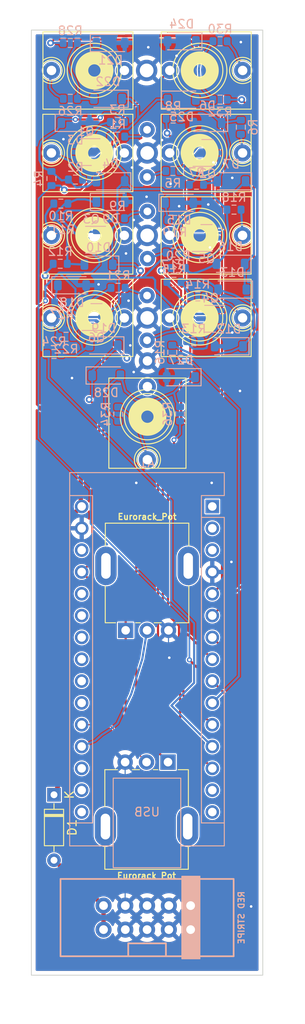
<source format=kicad_pcb>
(kicad_pcb (version 20221018) (generator pcbnew)
  (layers (0 "F.Cu" signal "Front") (31 "B.Cu" signal "Back") (34 "B.Paste" user) (35 "F.Paste" user) (36 "B.SilkS" user "B.Silkscreen") (37 "F.SilkS" user "F.Silkscreen") (38 "B.Mask" user) (39 "F.Mask" user) (44 "Edge.Cuts" user))
  (net 0 "")
  (net 4 "GND")
  (net 5 "clock_1")
  (net 6 "clock_2")
  (net 7 "out_1")
  (net 8 "out_2")
  (net 9 "out_3")
  (net 10 "1_and_2")
  (net 11 "1_or_2")
  (net 12 "1_xor_2")
  (net 13 "reset")
  (net 19 "pot_1")
  (net 20 "pot_2")
  (net 27 "+5Vo")
  (net 29 "+12Vo")
  (net 30 "Net-(D1-A)")
  (net 31 "Net-(D2-A)")
  (net 32 "Net-(D3-K)")
  (net 33 "Net-(D5-A)")
  (net 34 "Net-(D6-K)")
  (net 35 "Net-(D8-A)")
  (net 36 "Net-(D10-A)")
  (net 37 "Net-(D11-A)")
  (net 38 "Net-(D12-K)")
  (net 39 "Net-(D14-A)")
  (net 40 "Net-(D15-K)")
  (net 41 "Net-(D17-A)")
  (net 42 "Net-(D18-K)")
  (net 43 "Net-(D21-K)")
  (net 44 "Net-(D24-K)")
  (net 45 "Net-(D27-K)")
  (net 46 "Net-(Q1-B)")
  (net 47 "Net-(Q1-E)")
  (net 48 "Net-(Q2-B)")
  (net 49 "Net-(Q2-E)")
  (net 50 "Net-(Q3-B)")
  (net 51 "Net-(Q3-E)")
  (net 52 "Net-(Q4-B)")
  (net 53 "Net-(Q4-E)")
  (net 54 "Net-(Q5-B)")
  (net 55 "Net-(Q5-E)")
  (net 56 "Net-(Q6-B)")
  (net 57 "Net-(Q6-E)")
  (net 58 "Net-(J_out_1-Tip)")
  (net 59 "Net-(J_out_2-Tip)")
  (net 60 "Net-(J_out_3-Tip)")
  (net 61 "Net-(J_1_and_2-Tip)")
  (net 62 "Net-(J_1_or_2-Tip)")
  (net 63 "Net-(J_1_xor_2-Tip)")
  (net 64 "Net-(J_clock_1-Tip)")
  (net 65 "Net-(J_clock_2-Tip)")
  (net 66 "Net-(J_reset1-Tip)")
  (net 67 "unconnected-(J1--12V-Pad1)")
  (footprint "winterbloom:AudioJack_WQP518MA" (layer "F.Cu") (at 123.7 84.7 180)
    (fp_text reference "J_reset1")
    (fp_text value "Eurorack_Mono_Jack" hide)
  )
  (footprint "LED_THT:LED_D3.0mm" (layer "F.Cu") (at 123.66 75.8)
    (fp_text reference "D11" hide)
    (fp_text value "LED" hide)
  )
  (footprint "winterbloom:AudioJack_WQP518MA" (layer "F.Cu") (at 117.5 54 90)
    (fp_text reference "J_out_1")
    (fp_text value "Eurorack_Mono_Jack" hide)
  )
  (footprint "LED_THT:LED_D3.0mm" (layer "F.Cu") (at 123.66 70.6)
    (fp_text reference "D17" hide)
    (fp_text value "LED" hide)
  )
  (footprint "winterbloom:AudioJack_WQP518MA" (layer "F.Cu") (at 117.51 44.4 90)
    (fp_text reference "J_clock_1")
    (fp_text value "Eurorack_Mono_Jack" hide)
  )
  (footprint "winterbloom:Potentiometer_Alpha_R0904N" (layer "F.Cu") (at 123.66 102.06)
    (fp_text reference "in_Pot_1")
    (fp_text value "Eurorack_Pot")
  )
  (footprint "LED_THT:LED_D3.0mm" (layer "F.Cu") (at 123.66 51.3)
    (fp_text reference "D2" hide)
    (fp_text value "LED" hide)
  )
  (footprint "winterbloom:AudioJack_WQP518MA" (layer "F.Cu") (at 129.8 54 -90)
    (fp_text reference "J_out_2")
    (fp_text value "Eurorack_Mono_Jack" hide)
  )
  (footprint "winterbloom:AudioJack_WQP518MA" (layer "F.Cu") (at 129.8 63.6 -90)
    (fp_text reference "J_1_or_2")
    (fp_text value "Eurorack_Mono_Jack" hide)
  )
  (footprint "Diode_THT:D_DO-35_SOD27_P7.62mm_Horizontal" (layer "F.Cu") (at 112.8 128.7 -90)
    (fp_text reference "D1")
    (fp_text value "1N4148")
  )
  (footprint "LED_THT:LED_D3.0mm" (layer "F.Cu") (at 123.7 66.3)
    (fp_text reference "D14" hide)
    (fp_text value "LED" hide)
  )
  (footprint "winterbloom:AudioJack_WQP518MA" (layer "F.Cu") (at 117.5 63.6 90)
    (fp_text reference "J_out_3")
    (fp_text value "Eurorack_Mono_Jack" hide)
  )
  (footprint "winterbloom:AudioJack_WQP518MA" (layer "F.Cu") (at 129.8 73.2 -90)
    (fp_text reference "J_1_and_2")
    (fp_text value "Eurorack_Mono_Jack" hide)
  )
  (footprint "LED_THT:LED_D3.0mm" (layer "F.Cu") (at 123.7 60.8)
    (fp_text reference "D8" hide)
    (fp_text value "LED" hide)
  )
  (footprint "LED_THT:LED_D3.0mm" (layer "F.Cu") (at 123.66 56.8)
    (fp_text reference "D5" hide)
    (fp_text value "LED" hide)
  )
  (footprint "winterbloom:AudioJack_WQP518MA" (layer "F.Cu") (at 117.5 73.2 90)
    (fp_text reference "J_1_xor_2")
    (fp_text value "Eurorack_Mono_Jack" hide)
  )
  (footprint "winterbloom:AudioJack_WQP518MA" (layer "F.Cu") (at 129.81 44.4 -90)
    (fp_text reference "J_clock_2")
    (fp_text value "Eurorack_Mono_Jack" hide)
  )
  (footprint "winterbloom:Potentiometer_Alpha_R0904N" (layer "F.Cu") (at 123.6 132.4 180)
    (fp_text reference "in_Pot_2")
    (fp_text value "Eurorack_Pot")
  )
  (footprint "Resistor_SMD:R_0603_1608Metric" (layer "B.Cu") (at 120.2 50.4 180)
    (fp_text reference "R3")
    (fp_text value "10k")
  )
  (footprint "Resistor_SMD:R_0603_1608Metric" (layer "B.Cu") (at 112.8 77.4 180)
    (fp_text reference "R24")
    (fp_text value "470R")
  )
  (footprint "Package_TO_SOT_SMD:SOT-23" (layer "B.Cu") (at 117.1375 64.1 180)
    (fp_text reference "Q3")
    (fp_text value "MMBT3904")
  )
  (footprint "Resistor_SMD:R_0603_1608Metric" (layer "B.Cu") (at 126.6 77.2 -90)
    (fp_text reference "R16")
    (fp_text value "470R")
  )
  (footprint "Diode_SMD:D_SOD-123" (layer "B.Cu") (at 133.6 69.9 180)
    (fp_text reference "D13")
    (fp_text value "D_Schottky")
  )
  (footprint "Resistor_SMD:R_0603_1608Metric" (layer "B.Cu") (at 126.9 61.8)
    (fp_text reference "R19")
    (fp_text value "10k")
  )
  (footprint "Diode_SMD:D_SOD-123" (layer "B.Cu") (at 119.1 47.7 180)
    (fp_text reference "D22")
    (fp_text value "D_Schottky")
  )
  (footprint "Package_TO_SOT_SMD:SOT-23" (layer "B.Cu") (at 131.0375 73.3 180)
    (fp_text reference "Q4")
    (fp_text value "MMBT3904")
  )
  (footprint "Diode_SMD:D_SOD-123" (layer "B.Cu") (at 127.7 47.8)
    (fp_text reference "D25")
    (fp_text value "D_Schottky")
  )
  (footprint "Resistor_SMD:R_0603_1608Metric" (layer "B.Cu") (at 129.425 57.7 180)
    (fp_text reference "R7")
    (fp_text value "10k")
  )
  (footprint "Diode_SMD:D_SOD-123" (layer "B.Cu") (at 127.7 41 180)
    (fp_text reference "D24")
    (fp_text value "D_Schottky")
  )
  (footprint "Resistor_SMD:R_0603_1608Metric" (layer "B.Cu") (at 120.225 52.1 180)
    (fp_text reference "R1")
    (fp_text value "470R")
  )
  (footprint "Resistor_SMD:R_0603_1608Metric" (layer "B.Cu") (at 132.175 47.8)
    (fp_text reference "R32")
    (fp_text value "470R")
  )
  (footprint "winterbloom:Eurorack_Power_2x5_Shrouded" (layer "B.Cu") (at 128.74 144.394 180)
    (fp_text reference "J1" hide)
    (fp_text value "Eurorack_Power" hide)
  )
  (footprint "Diode_SMD:D_SOD-123" (layer "B.Cu") (at 115.3 50.5)
    (fp_text reference "D3")
    (fp_text value "D_Schottky")
  )
  (footprint "Resistor_SMD:R_0603_1608Metric" (layer "B.Cu") (at 113.8 61.5)
    (fp_text reference "R11")
    (fp_text value "10k")
  )
  (footprint "Resistor_SMD:R_0603_1608Metric" (layer "B.Cu") (at 129.1 75.9 180)
    (fp_text reference "R13")
    (fp_text value "470R")
  )
  (footprint "Resistor_SMD:R_0603_1608Metric" (layer "B.Cu") (at 126.675 56.1)
    (fp_text reference "R5")
    (fp_text value "470R")
  )
  (footprint "Resistor_SMD:R_0603_1608Metric" (layer "B.Cu") (at 120.275 69.7 180)
    (fp_text reference "R21")
    (fp_text value "470R")
  )
  (footprint "Package_TO_SOT_SMD:SOT-23" (layer "B.Cu") (at 130.7 54)
    (fp_text reference "Q2")
    (fp_text value "MMBT3904")
  )
  (footprint "Diode_SMD:D_SOD-123" (layer "B.Cu") (at 119.4 41.2)
    (fp_text reference "D21")
    (fp_text value "D_Schottky")
  )
  (footprint "Diode_SMD:D_SOD-123" (layer "B.Cu") (at 119.4 57.3 180)
    (fp_text reference "D4")
    (fp_text value "D_Schottky")
  )
  (footprint "Resistor_SMD:R_0603_1608Metric" (layer "B.Cu") (at 114.2 75.4)
    (fp_text reference "R22")
    (fp_text value "470R")
  )
  (footprint "Package_TO_SOT_SMD:SOT-23" (layer "B.Cu") (at 117.7625 73.1)
    (fp_text reference "Q6")
    (fp_text value "MMBT3904")
  )
  (footprint "Module:Arduino_Nano" (layer "B.Cu") (at 131.27 95.147 180)
    (fp_text reference "A1")
    (fp_text value "Arduino_Nano_v3.x")
  )
  (footprint "Resistor_SMD:R_0603_1608Metric" (layer "B.Cu") (at 127.3 67.4 180)
    (fp_text reference "R20")
    (fp_text value "470R")
  )
  (footprint "Resistor_SMD:R_0603_1608Metric" (layer "B.Cu") (at 114.7 41.2 180)
    (fp_text reference "R28")
    (fp_text value locked "470R")
  )
  (footprint "Diode_SMD:D_SOD-123" (layer "B.Cu") (at 133.2 76.5 180)
    (fp_text reference "D12")
    (fp_text value "D_Schottky")
  )
  (footprint "Diode_SMD:D_SOD-123" (layer "B.Cu") (at 118 67 180)
    (fp_text reference "D10")
    (fp_text value "D_Schottky")
  )
  (footprint "Resistor_SMD:R_0603_1608Metric" (layer "B.Cu") (at 120.2 61.6 180)
    (fp_text reference "R9")
    (fp_text value "470R")
  )
  (footprint "Diode_SMD:D_SOD-123" (layer "B.Cu") (at 114.9 69.4)
    (fp_text reference "D18")
    (fp_text value "D_Schottky")
  )
  (footprint "Package_TO_SOT_SMD:SOT-23" (layer "B.Cu") (at 130.6 63.9)
    (fp_text reference "Q5")
    (fp_text value "MMBT3904")
  )
  (footprint "Diode_SMD:D_SOD-123" (layer "B.Cu") (at 118.6 76.4 180)
    (fp_text reference "D19")
    (fp_text value "D_Schottky")
  )
  (footprint "Resistor_SMD:R_0603_1608Metric" (layer "B.Cu") (at 115.3 57.1 180)
    (fp_text reference "R2")
    (fp_text value "470R")
  )
  (footprint "Diode_SMD:D_SOD-123" (layer "B.Cu") (at 127.6 80.1 180)
    (fp_text reference "D27")
    (fp_text value "D_Schottky")
  )
  (footprint "Diode_SMD:D_SOD-123" (layer "B.Cu") (at 118.9 79.9)
    (fp_text reference "D28")
    (fp_text value "D_Schottky")
  )
  (footprint "Resistor_SMD:R_0603_1608Metric" (layer "B.Cu") (at 126.7 50 180)
    (fp_text reference "R8")
    (fp_text value "470R")
  )
  (footprint "Diode_SMD:D_SOD-123" (layer "B.Cu") (at 119.4 59.7)
    (fp_text reference "D9")
    (fp_text value "D_Schottky")
  )
  (footprint "Resistor_SMD:R_0603_1608Metric" (layer "B.Cu") (at 112.5 56.975 -90)
    (fp_text reference "R4")
    (fp_text value "470R")
  )
  (footprint "Resistor_SMD:R_0603_1608Metric" (layer "B.Cu") (at 120.3 84.4 -90)
    (fp_text reference "R34")
    (fp_text value "470R")
  )
  (footprint "Resistor_SMD:R_0603_1608Metric" (layer "B.Cu") (at 133.8 60.6 180)
    (fp_text reference "R18")
    (fp_text value "470R")
  )
  (footprint "Resistor_SMD:R_0603_1608Metric" (layer "B.Cu") (at 127.5 84.375 -90)
    (fp_text reference "R36")
    (fp_text value "470R")
  )
  (footprint "Diode_SMD:D_SOD-123" (layer "B.Cu") (at 133.4 66.9 180)
    (fp_text reference "D16")
    (fp_text value "D_Schottky")
  )
  (footprint "Diode_SMD:D_SOD-123" (layer "B.Cu") (at 127.4 59.8)
    (fp_text reference "D15")
    (fp_text value "D_Schottky")
  )
  (footprint "Resistor_SMD:R_0603_1608Metric" (layer "B.Cu") (at 132.175 41 180)
    (fp_text reference "R30")
    (fp_text value "470R")
  )
  (footprint "Resistor_SMD:R_0603_1608Metric" (layer "B.Cu") (at 129.575 70.7 180)
    (fp_text reference "R14")
    (fp_text value "470R")
  )
  (footprint "Diode_SMD:D_SOD-123" (layer "B.Cu") (at 133.5 57.3 180)
    (fp_text reference "D7")
    (fp_text value "D_Schottky")
  )
  (footprint "Resistor_SMD:R_0603_1608Metric" (layer "B.Cu") (at 126.7 65.6)
    (fp_text reference "R17")
    (fp_text value "470R")
  )
  (footprint "Diode_SMD:D_SOD-123" (layer "B.Cu") (at 130.7 50.5 180)
    (fp_text reference "D6")
    (fp_text value "D_Schottky")
  )
  (footprint "Resistor_SMD:R_0603_1608Metric" (layer "B.Cu") (at 113.6 59.9)
    (fp_text reference "R10")
    (fp_text value "470R")
  )
  (footprint "Resistor_SMD:R_0603_1608Metric" (layer "B.Cu") (at 134.6 51 90)
    (fp_text reference "R6")
    (fp_text value "470R")
  )
  (footprint "Package_TO_SOT_SMD:SOT-23" (layer "B.Cu") (at 116.5 53.9 180)
    (fp_text reference "Q1")
    (fp_text value "MMBT3904")
  )
  (footprint "Resistor_SMD:R_0603_1608Metric" (layer "B.Cu") (at 114.7 47.7)
    (fp_text reference "R26")
    (fp_text value locked "470R")
  )
  (footprint "Resistor_SMD:R_0603_1608Metric" (layer "B.Cu") (at 113.7 71.4)
    (fp_text reference "R23")
    (fp_text value "10k")
  )
  (footprint "Resistor_SMD:R_0603_1608Metric" (layer "B.Cu") (at 126.8 69 180)
    (fp_text reference "R15")
    (fp_text value "10k")
  )
  (footprint "Resistor_SMD:R_0603_1608Metric" (layer "B.Cu") (at 113.525 66.9 180)
    (fp_text reference "R12")
    (fp_text value "470R")
  )
  (gr_rect (start 110.16 39.7) (end 137.16 149.7) (stroke (width 0.1)) (fill none) (layer "Edge.Cuts"))
  (segment (start 115.7 75.2) (end 115.7 74.716378) (width 0.127) (layer "B.Cu") (net 0))
  (segment (start 126.4 57.6) (end 126.4 59.2) (width 0.127) (layer "F.Cu") (net 4))
  (segment (start 122.5 72.02) (end 123.68 73.2) (width 0.127) (layer "F.Cu") (net 4))
  (segment (start 127.4 60.2) (end 127.08 60.2) (width 0.127) (layer "F.Cu") (net 4))
  (segment (start 125 64.92) (end 125 67.164906) (width 0.127) (layer "F.Cu") (net 4))
  (segment (start 126.4 59.2) (end 127.4 60.2) (width 0.127) (layer "F.Cu") (net 4))
  (segment (start 127.08 60.2) (end 123.68 63.6) (width 0.127) (layer "F.Cu") (net 4))
  (segment (start 122.5 69.664906) (end 122.5 72.02) (width 0.127) (layer "F.Cu") (net 4))
  (segment (start 125 67.164906) (end 122.5 69.664906) (width 0.127) (layer "F.Cu") (net 4))
  (segment (start 123.68 63.6) (end 125 64.92) (width 0.127) (layer "F.Cu") (net 4))
  (via (at 126.4 57.6) (size 0.6) (drill 0.3) (layers "F.Cu" "B.Cu") (net 4))
  (via (at 133.6 74.9) (size 0.6) (drill 0.3) (layers "F.Cu" "B.Cu") (net 4))
  (via (at 133.6 56.9) (size 0.6) (drill 0.3) (layers "F.Cu" "B.Cu") (net 4))
  (via (at 127.4 60.2) (size 0.6) (drill 0.3) (layers "F.Cu" "B.Cu") (net 4))
  (via (at 126.25039 112.74961) (size 0.6) (drill 0.3) (layers "F.Cu" "B.Cu") (net 4))
  (via (at 122.1 79.5) (size 0.6) (drill 0.3) (layers "F.Cu" "B.Cu") (net 4))
  (via (at 125.4 52.5) (size 0.6) (drill 0.3) (layers "F.Cu" "B.Cu") (net 4))
  (via (at 121.9 55.7) (size 0.6) (drill 0.3) (layers "F.Cu" "B.Cu") (net 4))
  (via (at 123.8 41.7) (size 0.6) (drill 0.3) (layers "F.Cu" "B.Cu") (net 4))
  (via (at 121.7 76.4) (size 0.6) (drill 0.3) (layers "F.Cu" "B.Cu") (net 4))
  (via (at 134.6 41.1) (size 0.6) (drill 0.3) (layers "F.Cu" "B.Cu") (net 4))
  (via (at 135.8 141.7) (size 0.6) (drill 0.3) (layers "F.Cu" "B.Cu") (net 4))
  (via (at 118 69.3) (size 0.6) (drill 0.3) (layers "F.Cu" "B.Cu") (net 4))
  (via (at 122.4 92.4) (size 0.6) (drill 0.3) (layers "F.Cu" "B.Cu") (net 4))
  (via (at 113.9 52.4) (size 0.6) (drill 0.3) (layers "F.Cu" "B.Cu") (net 4))
  (via (at 121.2 65.7) (size 0.6) (drill 0.3) (layers "F.Cu" "B.Cu") (net 4))
  (via (at 127.1 42.7) (size 0.6) (drill 0.3) (layers "F.Cu" "B.Cu") (net 4))
  (via (at 133.5 101.6) (size 0.6) (drill 0.3) (layers "F.Cu" "B.Cu") (net 4))
  (via (at 134.5 81.7) (size 0.6) (drill 0.3) (layers "F.Cu" "B.Cu") (net 4))
  (via (at 114.9 80.2) (size 0.6) (drill 0.3) (layers "F.Cu" "B.Cu") (net 4))
  (via (at 131.2 92.4) (size 0.6) (drill 0.3) (layers "F.Cu" "B.Cu") (net 4))
  (via (at 130.8 60) (size 0.6) (drill 0.3) (layers "F.Cu" "B.Cu") (net 4))
  (via (at 123.6 59.1) (size 0.6) (drill 0.3) (layers "F.Cu" "B.Cu") (net 4))
  (via (at 122.1 61.8) (size 0.6) (drill 0.3) (layers "F.Cu" "B.Cu") (net 4))
  (via (at 121.5 71.2) (size 0.6) (drill 0.3) (layers "F.Cu" "B.Cu") (net 4))
  (segment (start 126.9345 52.3845) (end 127.05 52.5) (width 0.127) (layer "B.Cu") (net 4))
  (segment (start 134.6 41.1) (end 136.0005 42.5005) (width 0.127) (layer "B.Cu") (net 4))
  (segment (start 127.807708 48.6845) (end 126.9345 49.557708) (width 0.127) (layer "B.Cu") (net 4))
  (segment (start 134.9155 48.6845) (end 127.807708 48.6845) (width 0.127) (layer "B.Cu") (net 4))
  (segment (start 126.9345 49.557708) (end 126.9345 51.600594) (width 0.127) (layer "B.Cu") (net 4))
  (segment (start 121.1 124.9) (end 121.1 141.58) (width 0.127) (layer "B.Cu") (net 4))
  (segment (start 127.05 52.5) (end 129.05 50.5) (width 0.127) (layer "B.Cu") (net 4))
  (segment (start 126.16 109.56) (end 126.16 119.84) (width 0.127) (layer "B.Cu") (net 4))
  (segment (start 126.16 119.84) (end 121.1 124.9) (width 0.127) (layer "B.Cu") (net 4))
  (segment (start 136.0005 42.5005) (end 136.0005 47.5995) (width 0.127) (layer "B.Cu") (net 4))
  (segment (start 121.1 141.58) (end 121.12 141.6) (width 0.127) (layer "B.Cu") (net 4))
  (segment (start 126.9345 51.600594) (end 126.035094 52.5) (width 0.127) (layer "B.Cu") (net 4))
  (segment (start 136.0005 47.5995) (end 134.9155 48.6845) (width 0.127) (layer "B.Cu") (net 4))
  (segment (start 133.6 56.9) (end 136.0005 54.4995) (width 0.127) (layer "B.Cu") (net 4))
  (segment (start 136.0005 54.4995) (end 136.0005 42.5005) (width 0.127) (layer "B.Cu") (net 4))
  (segment (start 125.4 52.5) (end 127.05 52.5) (width 0.127) (layer "B.Cu") (net 4))
  (segment (start 126.035094 52.5) (end 125.4 52.5) (width 0.127) (layer "B.Cu") (net 4))
  (segment (start 112.8 40.8) (end 112.4 41.2) (width 0.25) (layer "F.Cu") (net 5))
  (segment (start 132.40137 44.60137) (end 128.6 40.8) (width 0.25) (layer "F.Cu") (net 5))
  (segment (start 132.40137 104.17563) (end 132.40137 44.60137) (width 0.25) (layer "F.Cu") (net 5))
  (segment (start 131.27 105.307) (end 132.40137 104.17563) (width 0.25) (layer "F.Cu") (net 5))
  (segment (start 128.6 40.8) (end 112.8 40.8) (width 0.25) (layer "F.Cu") (net 5))
  (via (at 112.4 41.2) (size 0.8) (drill 0.4) (layers "F.Cu" "B.Cu") (net 5))
  (segment (start 113.875 41.2) (end 112.4 41.2) (width 0.25) (layer "B.Cu") (net 5))
  (segment (start 134.7 47.8) (end 136.125 49.225) (width 0.25) (layer "F.Cu") (net 6))
  (segment (start 136.125 102.992) (end 131.27 107.847) (width 0.25) (layer "F.Cu") (net 6))
  (segment (start 136.125 49.225) (end 136.125 102.992) (width 0.25) (layer "F.Cu") (net 6))
  (via (at 134.7 47.8) (size 0.8) (drill 0.4) (layers "F.Cu" "B.Cu") (net 6))
  (segment (start 133 47.8) (end 134.7 47.8) (width 0.25) (layer "B.Cu") (net 6))
  (segment (start 129.9 114.3) (end 128.6 113) (width 0.25) (layer "F.Cu") (net 7))
  (segment (start 132.7 113.7) (end 132.1 114.3) (width 0.25) (layer "F.Cu") (net 7))
  (segment (start 132.1 114.3) (end 129.9 114.3) (width 0.25) (layer "F.Cu") (net 7))
  (segment (start 132.5 111.617) (end 132.5 112.669247) (width 0.25) (layer "F.Cu") (net 7))
  (segment (start 126.31 44.4) (end 119.6 51.11) (width 0.25) (layer "F.Cu") (net 7))
  (segment (start 119.6 51.11) (end 119.6 54.6) (width 0.25) (layer "F.Cu") (net 7))
  (segment (start 115.9 58.3) (end 114 58.3) (width 0.25) (layer "F.Cu") (net 7))
  (segment (start 119.6 54.6) (end 115.9 58.3) (width 0.25) (layer "F.Cu") (net 7))
  (segment (start 132.7 112.869247) (end 132.7 113.7) (width 0.25) (layer "F.Cu") (net 7))
  (segment (start 132.5 112.669247) (end 132.7 112.869247) (width 0.25) (layer "F.Cu") (net 7))
  (segment (start 131.27 110.387) (end 132.5 111.617) (width 0.25) (layer "F.Cu") (net 7))
  (via (at 114 58.3) (size 0.8) (drill 0.4) (layers "F.Cu" "B.Cu") (net 7))
  (via (at 128.6 113) (size 0.6) (drill 0.3) (layers "F.Cu" "B.Cu") (net 7))
  (segment (start 117.057 97.132851) (end 128.6 108.675851) (width 0.2) (layer "B.Cu") (net 7))
  (segment (start 128.6 113) (end 128.6 113.1) (width 0.25) (layer "B.Cu") (net 7))
  (segment (start 113.5 57.8) (end 114 58.3) (width 0.25) (layer "B.Cu") (net 7))
  (segment (start 111 59.3) (end 111 87.2) (width 0.2) (layer "B.Cu") (net 7))
  (segment (start 128.6 108.675851) (end 128.6 113) (width 0.2) (layer "B.Cu") (net 7))
  (segment (start 117.057 93.257) (end 117.057 97.132851) (width 0.2) (layer "B.Cu") (net 7))
  (segment (start 111 87.2) (end 117.057 93.257) (width 0.2) (layer "B.Cu") (net 7))
  (segment (start 112.5 57.8) (end 113.5 57.8) (width 0.25) (layer "B.Cu") (net 7))
  (segment (start 112.5 57.8) (end 111 59.3) (width 0.2) (layer "B.Cu") (net 7))
  (segment (start 127.762 109.419) (end 127.762 108.896429) (width 0.25) (layer "F.Cu") (net 8))
  (segment (start 126.1 107.23443) (end 126.1 90.358463) (width 0.25) (layer "F.Cu") (net 8))
  (segment (start 131.27 112.927) (end 127.762 109.419) (width 0.25) (layer "F.Cu") (net 8))
  (segment (start 128.702 87.756463) (end 128.702 74.378776) (width 0.25) (layer "F.Cu") (net 8))
  (segment (start 128.702 74.378776) (end 128.1 73.776776) (width 0.25) (layer "F.Cu") (net 8))
  (segment (start 127.762 108.896429) (end 126.1 107.23443) (width 0.25) (layer "F.Cu") (net 8))
  (segment (start 126.1 90.358463) (end 128.702 87.756463) (width 0.25) (layer "F.Cu") (net 8))
  (segment (start 128.1 53.8) (end 126 51.7) (width 0.25) (layer "F.Cu") (net 8))
  (segment (start 128.1 73.776776) (end 128.1 53.8) (width 0.25) (layer "F.Cu") (net 8))
  (via (at 126 51.7) (size 0.8) (drill 0.4) (layers "F.Cu" "B.Cu") (net 8))
  (segment (start 125.875 50) (end 126 51.7) (width 0.25) (layer "B.Cu") (net 8))
  (segment (start 122.4 118.896) (end 122.4 99.579158) (width 0.25) (layer "F.Cu") (net 9))
  (segment (start 127.5 123.996) (end 122.4 118.896) (width 0.25) (layer "F.Cu") (net 9))
  (segment (start 127.5 125.804) (end 127.5 123.996) (width 0.25) (layer "F.Cu") (net 9))
  (segment (start 122.4 99.579158) (end 118.552 95.731158) (width 0.25) (layer "F.Cu") (net 9))
  (segment (start 131.27 115.467) (end 132.7 116.897) (width 0.25) (layer "F.Cu") (net 9))
  (segment (start 126.5 134.5) (end 126.5 126.804) (width 0.25) (layer "F.Cu") (net 9))
  (segment (start 127.4 135.4) (end 126.5 134.5) (width 0.25) (layer "F.Cu") (net 9))
  (segment (start 132.7 131.9) (end 129.2 135.4) (width 0.25) (layer "F.Cu") (net 9))
  (segment (start 129.2 135.4) (end 127.4 135.4) (width 0.25) (layer "F.Cu") (net 9))
  (segment (start 132.7 116.897) (end 132.7 131.9) (width 0.25) (layer "F.Cu") (net 9))
  (segment (start 111.775 69.821016) (end 111.775 68.3) (width 0.25) (layer "F.Cu") (net 9))
  (segment (start 126.5 126.804) (end 127.5 125.804) (width 0.25) (layer "F.Cu") (net 9))
  (segment (start 118.552 95.731158) (end 118.552 76.598016) (width 0.25) (layer "F.Cu") (net 9))
  (segment (start 118.552 76.598016) (end 111.775 69.821016) (width 0.25) (layer "F.Cu") (net 9))
  (via (at 111.775 68.3) (size 0.8) (drill 0.4) (layers "F.Cu" "B.Cu") (net 9))
  (segment (start 112.7 67.1) (end 111.775 68.025) (width 0.25) (layer "B.Cu") (net 9))
  (segment (start 111.775 68.025) (end 111.775 68.3) (width 0.25) (layer "B.Cu") (net 9))
  (segment (start 128.684052 78.15) (end 126.725 78.15) (width 0.25) (layer "B.Cu") (net 10))
  (segment (start 134.375 114.902) (end 134.375 83.840948) (width 0.25) (layer "B.Cu") (net 10))
  (segment (start 134.375 83.840948) (end 128.684052 78.15) (width 0.25) (layer "B.Cu") (net 10))
  (segment (start 131.27 118.007) (end 134.375 114.902) (width 0.25) (layer "B.Cu") (net 10))
  (segment (start 127.900305 88.025) (end 127.885229 88.025) (width 0.25) (layer "F.Cu") (net 11))
  (segment (start 127.8925 114.813157) (end 127.8925 117.1695) (width 0.25) (layer "F.Cu") (net 11))
  (segment (start 125.5 107.167588) (end 127.385 109.052588) (width 0.25) (layer "F.Cu") (net 11))
  (segment (start 127.8925 117.1695) (end 131.27 120.547) (width 0.25) (layer "F.Cu") (net 11))
  (segment (start 128.325 85.46538) (end 128.325 87.600305) (width 0.25) (layer "F.Cu") (net 11))
  (segment (start 125.3 67.7) (end 127.625 70.025) (width 0.25) (layer "F.Cu") (net 11))
  (segment (start 128.325 87.600305) (end 127.900305 88.025) (width 0.25) (layer "F.Cu") (net 11))
  (segment (start 127.385 114.305658) (end 127.8925 114.813157) (width 0.25) (layer "F.Cu") (net 11))
  (segment (start 125.5 90.410229) (end 125.5 107.167588) (width 0.25) (layer "F.Cu") (net 11))
  (segment (start 127.625 84.76538) (end 128.325 85.46538) (width 0.25) (layer "F.Cu") (net 11))
  (segment (start 127.885229 88.025) (end 125.5 90.410229) (width 0.25) (layer "F.Cu") (net 11))
  (segment (start 127.385 109.052588) (end 127.385 114.305658) (width 0.25) (layer "F.Cu") (net 11))
  (segment (start 127.625 70.025) (end 127.625 84.76538) (width 0.25) (layer "F.Cu") (net 11))
  (via (at 125.3 67.7) (size 0.8) (drill 0.4) (layers "F.Cu" "B.Cu") (net 11))
  (segment (start 125.3 67.6) (end 125.3 67.7) (width 0.25) (layer "B.Cu") (net 11))
  (segment (start 125.5 67.4) (end 125.3 67.6) (width 0.25) (layer "B.Cu") (net 11))
  (segment (start 126.475 67.4) (end 125.5 67.4) (width 0.25) (layer "B.Cu") (net 11))
  (segment (start 131.27 123.087) (end 126.5 118.317) (width 0.25) (layer "B.Cu") (net 12))
  (segment (start 112.175 80.175) (end 112.175 77.6) (width 0.25) (layer "B.Cu") (net 12))
  (segment (start 126.5 106.078047) (end 126.5 94.5) (width 0.25) (layer "B.Cu") (net 12))
  (segment (start 126.5 94.5) (end 112.175 80.175) (width 0.25) (layer "B.Cu") (net 12))
  (segment (start 129.152 108.730047) (end 126.5 106.078047) (width 0.25) (layer "B.Cu") (net 12))
  (segment (start 126.5 118.317) (end 129.152 115.665) (width 0.25) (layer "B.Cu") (net 12))
  (segment (start 129.152 115.665) (end 129.152 108.730047) (width 0.25) (layer "B.Cu") (net 12))
  (segment (start 131.27 125.627) (end 127.5155 121.8725) (width 0.25) (layer "F.Cu") (net 13))
  (segment (start 126.8 87.4) (end 126.9 87.4) (width 0.25) (layer "F.Cu") (net 13))
  (segment (start 126.8 87.5) (end 126.8 87.4) (width 0.25) (layer "F.Cu") (net 13))
  (segment (start 124.935 90.265) (end 126.8 88.4) (width 0.25) (layer "F.Cu") (net 13))
  (segment (start 126.9 87.4) (end 126.8 87.5) (width 0.25) (layer "F.Cu") (net 13))
  (segment (start 124.935 112.388816) (end 124.935 90.265) (width 0.25) (layer "F.Cu") (net 13))
  (segment (start 127.5155 114.969316) (end 124.935 112.388816) (width 0.25) (layer "F.Cu") (net 13))
  (segment (start 126.8 88.4) (end 126.8 87.5) (width 0.25) (layer "F.Cu") (net 13))
  (segment (start 127.5155 121.8725) (end 127.5155 114.969316) (width 0.25) (layer "F.Cu") (net 13))
  (via (at 126.8 87.4) (size 0.6) (drill 0.3) (layers "F.Cu" "B.Cu") (net 13))
  (segment (start 127.5 86.7) (end 126.8 87.4) (width 0.25) (layer "B.Cu") (net 13))
  (segment (start 127.5 85.2) (end 127.5 86.7) (width 0.25) (layer "B.Cu") (net 13))
  (segment (start 120.2 120.4) (end 119.5 121) (width 0.25) (layer "B.Cu") (net 19))
  (segment (start 117.6 122.4) (end 116.03 123.087) (width 0.25) (layer "B.Cu") (net 19))
  (segment (start 123.1 112.9) (end 121.8 117) (width 0.25) (layer "B.Cu") (net 19))
  (segment (start 118.4 121.7) (end 117.6 122.4) (width 0.25) (layer "B.Cu") (net 19))
  (segment (start 123.66 109.56) (end 123.1 112.9) (width 0.25) (layer "B.Cu") (net 19))
  (segment (start 121.8 117) (end 120.2 120.4) (width 0.25) (layer "B.Cu") (net 19))
  (segment (start 119.5 121) (end 118.4 121.7) (width 0.25) (layer "B.Cu") (net 19))
  (segment (start 119.247 120.547) (end 123.6 124.9) (width 0.127) (layer "F.Cu") (net 20))
  (segment (start 116.03 120.547) (end 119.247 120.547) (width 0.127) (layer "F.Cu") (net 20))
  (segment (start 117.285 101.512) (end 117.285 88.911016) (width 0.25) (layer "F.Cu") (net 27))
  (segment (start 117.285 88.911016) (end 118.075 88.121016) (width 0.25) (layer "F.Cu") (net 27))
  (segment (start 121.16 119.96) (end 121.16 109.56) (width 0.25) (layer "F.Cu") (net 27))
  (segment (start 116.03 102.767) (end 117.285 101.512) (width 0.25) (layer "F.Cu") (net 27))
  (segment (start 119.675 76.275) (end 119.675 71.325) (width 0.25) (layer "F.Cu") (net 27))
  (segment (start 118.075 83.875) (end 116.9 82.7) (width 0.25) (layer "F.Cu") (net 27))
  (segment (start 119.675 71.325) (end 122.9 68.1) (width 0.25) (layer "F.Cu") (net 27))
  (segment (start 116.03 102.767) (end 121.16 107.897) (width 0.25) (layer "F.Cu") (net 27))
  (segment (start 121.16 107.897) (end 121.16 109.56) (width 0.25) (layer "F.Cu") (net 27))
  (segment (start 126.1 124.9) (end 121.16 119.96) (width 0.25) (layer "F.Cu") (net 27))
  (segment (start 118.075 88.121016) (end 118.075 83.875) (width 0.25) (layer "F.Cu") (net 27))
  (segment (start 122.9 68.1) (end 122.9 67.7) (width 0.25) (layer "F.Cu") (net 27))
  (segment (start 121.3 77.9) (end 119.675 76.275) (width 0.25) (layer "F.Cu") (net 27))
  (via (at 122.9 67.7) (size 0.8) (drill 0.4) (layers "F.Cu" "B.Cu") (net 27))
  (via (at 121.3 77.9) (size 0.8) (drill 0.4) (layers "F.Cu" "B.Cu") (net 27))
  (via (at 116.9 82.7) (size 0.8) (drill 0.4) (layers "F.Cu" "B.Cu") (net 27))
  (segment (start 120.25 76.4) (end 117.25 79.4) (width 0.25) (layer "B.Cu") (net 27))
  (segment (start 122.2 67) (end 122.9 67.7) (width 0.25) (layer "B.Cu") (net 27))
  (segment (start 119.65 67) (end 119.65 65.25) (width 0.25) (layer "B.Cu") (net 27))
  (segment (start 121.448004 51.2) (end 122.448004 50.2) (width 0.25) (layer "B.Cu") (net 27))
  (segment (start 122.6 50) (end 122.6 48.6) (width 0.25) (layer "B.Cu") (net 27))
  (segment (start 116.9 82.7) (end 117.25 82.35) (width 0.25) (layer "B.Cu") (net 27))
  (segment (start 117.25 82.35) (end 117.25 79.9) (width 0.25) (layer "B.Cu") (net 27))
  (segment (start 122.448004 50.2) (end 122.448004 50.151996) (width 0.25) (layer "B.Cu") (net 27))
  (segment (start 119.65 65.25) (end 119.6 65.2) (width 0.25) (layer "B.Cu") (net 27))
  (segment (start 122.6 48.6) (end 121.7 47.7) (width 0.25) (layer "B.Cu") (net 27))
  (segment (start 121.05 57.3) (end 121.95 58.2) (width 0.25) (layer "B.Cu") (net 27))
  (segment (start 125.7 58.5) (end 133.95 58.5) (width 0.25) (layer "B.Cu") (net 27))
  (segment (start 136.125 65.825) (end 136.125 58.275) (width 0.25) (layer "B.Cu") (net 27))
  (segment (start 122.448004 50.151996) (end 122.6 50) (width 0.25) (layer "B.Cu") (net 27))
  (segment (start 117.25 79.4) (end 117.25 79.9) (width 0.25) (layer "B.Cu") (net 27))
  (segment (start 125.4 58.2) (end 125.7 58.5) (width 0.25) (layer "B.Cu") (net 27))
  (segment (start 120.2 51.7) (end 120.7 51.2) (width 0.25) (layer "B.Cu") (net 27))
  (segment (start 136.125 58.275) (end 135.15 57.3) (width 0.25) (layer "B.Cu") (net 27))
  (segment (start 120.2 52.8) (end 120.2 51.7) (width 0.25) (layer "B.Cu") (net 27))
  (segment (start 121.05 56.25) (end 119.6 54.8) (width 0.25) (layer "B.Cu") (net 27))
  (segment (start 119.6 53.4) (end 120.2 52.8) (width 0.25) (layer "B.Cu") (net 27))
  (segment (start 120.2 58.15) (end 121.05 57.3) (width 0.25) (layer "B.Cu") (net 27))
  (segment (start 135.05 66.9) (end 135.05 69.7) (width 0.25) (layer "B.Cu") (net 27))
  (segment (start 124.8 47.8) (end 126.05 47.8) (width 0.25) (layer "B.Cu") (net 27))
  (segment (start 120.2 62.2) (end 120.2 58.15) (width 0.25) (layer "B.Cu") (net 27))
  (segment (start 120.25 76.85) (end 121.3 77.9) (width 0.25) (layer "B.Cu") (net 27))
  (segment (start 119.65 67) (end 122.2 67) (width 0.25) (layer "B.Cu") (net 27))
  (segment (start 119.6 65.2) (end 119.6 62.8) (width 0.25) (layer "B.Cu") (net 27))
  (segment (start 119.6 54.8) (end 119.6 53.4) (width 0.25) (layer "B.Cu") (net 27))
  (segment (start 120.7 51.2) (end 121.448004 51.2) (width 0.25) (layer "B.Cu") (net 27))
  (segment (start 122.6 50) (end 124.8 47.8) (width 0.25) (layer "B.Cu") (net 27))
  (segment (start 133.95 58.5) (end 135.15 57.3) (width 0.25) (layer "B.Cu") (net 27))
  (segment (start 119.6 62.8) (end 120.2 62.2) (width 0.25) (layer "B.Cu") (net 27))
  (segment (start 135.05 66.9) (end 136.125 65.825) (width 0.25) (layer "B.Cu") (net 27))
  (segment (start 121.7 47.7) (end 120.75 47.7) (width 0.25) (layer "B.Cu") (net 27))
  (segment (start 121.95 58.2) (end 125.4 58.2) (width 0.25) (layer "B.Cu") (net 27))
  (segment (start 121.05 57.3) (end 121.05 56.25) (width 0.25) (layer "B.Cu") (net 27))
  (segment (start 112.8 128.7) (end 113.7 126.8) (width 0.5) (layer "F.Cu") (net 29))
  (segment (start 114.3 101.2) (end 114.1 98.3) (width 0.5) (layer "F.Cu") (net 29))
  (segment (start 111.2 71.7) (end 110.8 72.1) (width 0.25) (layer "F.Cu") (net 29))
  (segment (start 111.3 71.7) (end 111.2 71.7) (width 0.25) (layer "F.Cu") (net 29))
  (segment (start 114.1 98.3) (end 114.1 97.3) (width 0.5) (layer "F.Cu") (net 29))
  (segment (start 131.4 55.1) (end 131.4 59.7) (width 0.25) (layer "F.Cu") (net 29))
  (segment (start 115.1 96) (end 116.03 95.147) (width 0.5) (layer "F.Cu") (net 29))
  (segment (start 115.9205 95.1565) (end 115.9205 88.379504) (width 0.5) (layer "F.Cu") (net 29))
  (segment (start 131.8 64.2) (end 131 65) (width 0.25) (layer "F.Cu") (net 29))
  (segment (start 113.7 126.8) (end 114 125.1) (width 0.5) (layer "F.Cu") (net 29))
  (segment (start 110.8 83.259004) (end 111.2 83.659004) (width 0.25) (layer "F.Cu") (net 29))
  (segment (start 114.4 96.7) (end 114.7 96.2) (width 0.5) (layer "F.Cu") (net 29))
  (segment (start 111.2 83.659004) (end 115.9205 88.379504) (width 0.5) (layer "F.Cu") (net 29))
  (segment (start 114.1 97.3) (end 114.4 96.7) (width 0.5) (layer "F.Cu") (net 29))
  (segment (start 131.8 60.1) (end 131.8 64.2) (width 0.25) (layer "F.Cu") (net 29))
  (segment (start 114 125.1) (end 114 122.2) (width 0.5) (layer "F.Cu") (net 29))
  (segment (start 114.3 109.3) (end 114.3 101.2) (width 0.5) (layer "F.Cu") (net 29))
  (segment (start 114.7 96.2) (end 115.1 96) (width 0.5) (layer "F.Cu") (net 29))
  (segment (start 111.8 71.2) (end 111.3 71.7) (width 0.25) (layer "F.Cu") (net 29))
  (segment (start 110.8 72.1) (end 110.8 83.259004) (width 0.25) (layer "F.Cu") (net 29))
  (segment (start 131.4 59.7) (end 131.8 60.1) (width 0.25) (layer "F.Cu") (net 29))
  (segment (start 114.2 115.4) (end 114.3 109.3) (width 0.5) (layer "F.Cu") (net 29))
  (segment (start 114 122.2) (end 114.2 115.4) (width 0.5) (layer "F.Cu") (net 29))
  (via (at 131.4 55.1) (size 0.6) (drill 0.3) (layers "F.Cu" "B.Cu") (net 29))
  (via (at 131 65) (size 0.6) (drill 0.3) (layers "F.Cu" "B.Cu") (net 29))
  (via (at 111.8 71.2) (size 0.6) (drill 0.3) (layers "F.Cu" "B.Cu") (net 29))
  (segment (start 118.1 67) (end 118.1 66.5) (width 0.25) (layer "B.Cu") (net 29))
  (segment (start 118.7 73.1) (end 116.361592 73.1) (width 0.25) (layer "B.Cu") (net 29))
  (segment (start 126.198004 66.5) (end 126.6 66.098004) (width 0.25) (layer "B.Cu") (net 29))
  (segment (start 128.099092 64.7) (end 129.099092 65.7) (width 0.25) (layer "B.Cu") (net 29))
  (segment (start 113.4 67.925) (end 111.8 69.525) (width 0.25) (layer "B.Cu") (net 29))
  (segment (start 124.3 68.5) (end 124.6 68.8) (width 0.25) (layer "B.Cu") (net 29))
  (segment (start 124.6 69.8) (end 126.675 71.875) (width 0.25) (layer "B.Cu") (net 29))
  (segment (start 122.3 68.5) (end 124.3 68.5) (width 0.25) (layer "B.Cu") (net 29))
  (segment (start 130.95 64.4875) (end 131.5375 63.9) (width 0.25) (layer "B.Cu") (net 29))
  (segment (start 127.2 64.7) (end 128.099092 64.7) (width 0.25) (layer "B.Cu") (net 29))
  (segment (start 118.375 60.825) (end 118.525 60.675) (width 0.25) (layer "B.Cu") (net 29))
  (segment (start 118.1 66.5) (end 116.2 64.6) (width 0.25) (layer "B.Cu") (net 29))
  (segment (start 117.290948 60.825) (end 118.375 60.825) (width 0.25) (layer "B.Cu") (net 29))
  (segment (start 116.361592 73.1) (end 115.3 72.038408) (width 0.25) (layer "B.Cu") (net 29))
  (segment (start 116.001996 64.1) (end 113.9 61.998004) (width 0.25) (layer "B.Cu") (net 29))
  (segment (start 113.9 61.998004) (end 113.9 61) (width 0.25) (layer "B.Cu") (net 29))
  (segment (start 126.6 65.3) (end 127.2 64.7) (width 0.25) (layer "B.Cu") (net 29))
  (segment (start 116.649092 55.475) (end 115.5625 54.388408) (width 0.25) (layer "B.Cu") (net 29))
  (segment (start 126.6 66.098004) (end 126.6 65.3) (width 0.25) (layer "B.Cu") (net 29))
  (segment (start 113.4 67.925) (end 117.175 67.925) (width 0.25) (layer "B.Cu") (net 29))
  (segment (start 129.362501 73.3) (end 130.1 73.3) (width 0.25) (layer "B.Cu") (net 29))
  (segment (start 117.175 67.925) (end 118.1 67) (width 0.25) (layer "B.Cu") (net 29))
  (segment (start 130.9 65.7) (end 130.95 65.65) (width 0.25) (layer "B.Cu") (net 29))
  (segment (start 129.099092 65.7) (end 130.9 65.7) (width 0.25) (layer "B.Cu") (net 29))
  (segment (start 113.9 61) (end 114.2 60.7) (width 0.25) (layer "B.Cu") (net 29))
  (segment (start 117.165948 60.7) (end 117.290948 60.825) (width 0.25) (layer "B.Cu") (net 29))
  (segment (start 111.8 69.525) (end 111.8 71.2) (width 0.25) (layer "B.Cu") (net 29))
  (segment (start 126.675 71.875) (end 127.937501 71.875) (width 0.25) (layer "B.Cu") (net 29))
  (segment (start 114.2 60.7) (end 117.165948 60.7) (width 0.25) (layer "B.Cu") (net 29))
  (segment (start 115.5625 54.388408) (end 115.5625 53.9) (width 0.25) (layer "B.Cu") (net 29))
  (segment (start 123.232412 68.5) (end 125.232412 66.5) (width 0.25) (layer "B.Cu") (net 29))
  (segment (start 124.6 68.8) (end 124.6 69.8) (width 0.25) (layer "B.Cu") (net 29))
  (segment (start 120.6 68.5) (end 122.3 68.5) (width 0.25) (layer "B.Cu") (net 29))
  (segment (start 125.232412 66.5) (end 126.198004 66.5) (width 0.25) (layer "B.Cu") (net 29))
  (segment (start 131.6375 54) (end 131.6375 54.8625) (width 0.25) (layer "B.Cu") (net 29))
  (segment (start 115.3 69.825) (end 113.4 67.925) (width 0.25) (layer "B.Cu") (net 29))
  (segment (start 118.7 73.1) (end 120.375 71.425) (width 0.25) (layer "B.Cu") (net 29))
  (segment (start 120.375 71.425) (end 120.375 68.725) (width 0.25) (layer "B.Cu") (net 29))
  (segment (start 118.525 56.625) (end 117.375 55.475) (width 0.25) (layer "B.Cu") (net 29))
  (segment (start 116.2 64.6) (end 116.2 64.1) (width 0.25) (layer "B.Cu") (net 29))
  (segment (start 131.6375 54.8625) (end 131.4 55.1) (width 0.25) (layer "B.Cu") (net 29))
  (segment (start 115.3 72.038408) (end 115.3 69.825) (width 0.25) (layer "B.Cu") (net 29))
  (segment (start 127.937501 71.875) (end 129.362501 73.3) (width 0.25) (layer "B.Cu") (net 29))
  (segment (start 130.95 65.65) (end 130.95 64.4875) (width 0.25) (layer "B.Cu") (net 29))
  (segment (start 122.3 68.5) (end 123.232412 68.5) (width 0.25) (layer "B.Cu") (net 29))
  (segment (start 118.525 60.675) (end 118.525 56.625) (width 0.25) (layer "B.Cu") (net 29))
  (segment (start 120.375 68.725) (end 120.6 68.5) (width 0.25) (layer "B.Cu") (net 29))
  (segment (start 117.375 55.475) (end 116.649092 55.475) (width 0.25) (layer "B.Cu") (net 29))
  (segment (start 118.58 144.394) (end 118.58 141.6) (width 0.5) (layer "F.Cu") (net 30))
  (segment (start 112.8 136.32) (end 118.58 141.6) (width 0.5) (layer "F.Cu") (net 30))
  (segment (start 122.86 52.1) (end 123.66 51.3) (width 0.25) (layer "B.Cu") (net 31))
  (segment (start 121.05 52.1) (end 122.86 52.1) (width 0.25) (layer "B.Cu") (net 31))
  (segment (start 115.3 50.1) (end 118.1 50.1) (width 0.25) (layer "F.Cu") (net 32))
  (segment (start 118.3 49.9) (end 118.2 50) (width 0.25) (layer "F.Cu") (net 32))
  (segment (start 118.1 50.1) (end 118.2 50) (width 0.25) (layer "F.Cu") (net 32))
  (segment (start 118.2 50) (end 118.2 49.9) (width 0.25) (layer "F.Cu") (net 32))
  (segment (start 118.2 49.9) (end 118.3 49.9) (width 0.25) (layer "F.Cu") (net 32))
  (via (at 115.3 50.1) (size 0.6) (drill 0.3) (layers "F.Cu" "B.Cu") (net 32))
  (via (at 118.2 49.9) (size 0.6) (drill 0.3) (layers "F.Cu" "B.Cu") (net 32))
  (segment (start 114.05 50.1) (end 113.65 50.5) (width 0.25) (layer "B.Cu") (net 32))
  (segment (start 111.3 52.7) (end 111.7 52.3) (width 0.25) (layer "B.Cu") (net 32))
  (segment (start 121.025 50.4) (end 120.7 49.8) (width 0.25) (layer "B.Cu") (net 32))
  (segment (start 111.1 53.4) (end 111.3 52.7) (width 0.25) (layer "B.Cu") (net 32))
  (segment (start 111.1 53.4) (end 111.1 54.8) (width 0.25) (layer "B.Cu") (net 32))
  (segment (start 119.9 49.4) (end 118.7 49.4) (width 0.25) (layer "B.Cu") (net 32))
  (segment (start 115.4 50.1) (end 115.3 50.1) (width 0.25) (layer "B.Cu") (net 32))
  (segment (start 113.1 56.7) (end 113.7 57.2) (width 0.25) (layer "B.Cu") (net 32))
  (segment (start 112.5 56.15) (end 113.1 56.7) (width 0.25) (layer "B.Cu") (net 32))
  (segment (start 117.75 57.3) (end 116.7 57.9) (width 0.25) (layer "B.Cu") (net 32))
  (segment (start 111.5 55.7) (end 112.5 56.15) (width 0.25) (layer "B.Cu") (net 32))
  (segment (start 116.7 57.9) (end 115.4 58) (width 0.25) (layer "B.Cu") (net 32))
  (segment (start 112.3 51.9) (end 113.1 51.4) (width 0.25) (layer "B.Cu") (net 32))
  (segment (start 111.7 52.3) (end 112.3 51.9) (width 0.25) (layer "B.Cu") (net 32))
  (segment (start 115.4 58) (end 114.475 57.1) (width 0.25) (layer "B.Cu") (net 32))
  (segment (start 111.1 54.8) (end 111.5 55.7) (width 0.25) (layer "B.Cu") (net 32))
  (segment (start 113.1 51.4) (end 113.65 50.5) (width 0.25) (layer "B.Cu") (net 32))
  (segment (start 115.3 50.1) (end 114.05 50.1) (width 0.25) (layer "B.Cu") (net 32))
  (segment (start 113.7 57.2) (end 114.475 57.1) (width 0.25) (layer "B.Cu") (net 32))
  (segment (start 118.7 49.4) (end 118.2 49.9) (width 0.25) (layer "B.Cu") (net 32))
  (segment (start 120.7 49.8) (end 119.9 49.4) (width 0.25) (layer "B.Cu") (net 32))
  (segment (start 123.66 56.8) (end 125.85 56.1) (width 0.25) (layer "B.Cu") (net 33))
  (segment (start 127.525 50) (end 127.9 49.5) (width 0.25) (layer "B.Cu") (net 34))
  (segment (start 130.2 49) (end 131.1 49.4) (width 0.25) (layer "B.Cu") (net 34))
  (segment (start 129.4 49) (end 130.2 49) (width 0.25) (layer "B.Cu") (net 34))
  (segment (start 133.1 54.2) (end 132.8 55.2) (width 0.25) (layer "B.Cu") (net 34))
  (segment (start 133.2 53) (end 133.1 54.2) (width 0.25) (layer "B.Cu") (net 34))
  (segment (start 132.35 50.5) (end 132.8 51.4) (width 0.25) (layer "B.Cu") (net 34))
  (segment (start 131.7 57.4) (end 130.25 57.6) (width 0.25) (layer "B.Cu") (net 34))
  (segment (start 131.1 49.4) (end 132.35 50.5) (width 0.25) (layer "B.Cu") (net 34))
  (segment (start 128.7 49.1) (end 129.4 49) (width 0.25) (layer "B.Cu") (net 34))
  (segment (start 132.8 51.4) (end 133.2 53) (width 0.25) (layer "B.Cu") (net 34))
  (segment (start 132.35 50.5) (end 134.6 50.175) (width 0.25) (layer "B.Cu") (net 34))
  (segment (start 127.9 49.5) (end 128.7 49.1) (width 0.25) (layer "B.Cu") (net 34))
  (segment (start 132.3 56.4) (end 131.85 57.3) (width 0.25) (layer "B.Cu") (net 34))
  (segment (start 132.8 55.2) (end 132.3 56.4) (width 0.25) (layer "B.Cu") (net 34))
  (segment (start 122 61) (end 123.7 60.8) (width 0.25) (layer "B.Cu") (net 35))
  (segment (start 121.5 61.3) (end 122 61) (width 0.25) (layer "B.Cu") (net 35))
  (segment (start 121.025 61.6) (end 121.5 61.3) (width 0.25) (layer "B.Cu") (net 35))
  (segment (start 114.35 66.9) (end 114.35 63.0844) (width 0.25) (layer "B.Cu") (net 36))
  (segment (start 112.975 61.025) (end 114.1 59.9) (width 0.25) (layer "B.Cu") (net 36))
  (segment (start 114.1 59.9) (end 114.425 59.9) (width 0.25) (layer "B.Cu") (net 36))
  (segment (start 114.35 63.0844) (end 112.975 61.7094) (width 0.25) (layer "B.Cu") (net 36))
  (segment (start 116.35 67) (end 114.35 66.9) (width 0.25) (layer "B.Cu") (net 36))
  (segment (start 115.5 59.4) (end 116.4 59.4) (width 0.25) (layer "B.Cu") (net 36))
  (segment (start 112.975 61.5) (end 112.975 61.025) (width 0.25) (layer "B.Cu") (net 36))
  (segment (start 115 59.6) (end 115.5 59.4) (width 0.25) (layer "B.Cu") (net 36))
  (segment (start 114.425 59.9) (end 115 59.6) (width 0.25) (layer "B.Cu") (net 36))
  (segment (start 116.9 59.5) (end 117.75 59.9) (width 0.25) (layer "B.Cu") (net 36))
  (segment (start 116.4 59.4) (end 116.9 59.5) (width 0.25) (layer "B.Cu") (net 36))
  (segment (start 127.5 74.6) (end 125.9 74.9) (width 0.25) (layer "B.Cu") (net 37))
  (segment (start 125.9 74.9) (end 123.66 75.8) (width 0.25) (layer "B.Cu") (net 37))
  (segment (start 129.925 75.8) (end 128.8 74.8) (width 0.25) (layer "B.Cu") (net 37))
  (segment (start 128.8 74.8) (end 127.5 74.6) (width 0.25) (layer "B.Cu") (net 37))
  (segment (start 130.5 77.7) (end 129.4 77.7) (width 0.25) (layer "B.Cu") (net 38))
  (segment (start 133.5 77.1) (end 132.4 77.3) (width 0.25) (layer "B.Cu") (net 38))
  (segment (start 129.4 77.7) (end 128.4 77.2) (width 0.25) (layer "B.Cu") (net 38))
  (segment (start 130.8 69) (end 129.9 68.7) (width 0.25) (layer "B.Cu") (net 38))
  (segment (start 136 71.7) (end 133.8 70.5) (width 0.25) (layer "B.Cu") (net 38))
  (segment (start 131.6 77.6) (end 130.5 77.7) (width 0.25) (layer "B.Cu") (net 38))
  (segment (start 134.85 76.5) (end 135.6 75.6) (width 0.25) (layer "B.Cu") (net 38))
  (segment (start 128.6 68.7) (end 127.625 69) (width 0.25) (layer "B.Cu") (net 38))
  (segment (start 134.85 76.5) (end 133.5 77.1) (width 0.25) (layer "B.Cu") (net 38))
  (segment (start 136.5 72.8) (end 136 71.7) (width 0.25) (layer "B.Cu") (net 38))
  (segment (start 135.6 75.6) (end 136.4 74.3) (width 0.25) (layer "B.Cu") (net 38))
  (segment (start 127.625 69) (end 128.75 70.7) (width 0.25) (layer "B.Cu") (net 38))
  (segment (start 133.8 70.5) (end 131.95 69.9) (width 0.25) (layer "B.Cu") (net 38))
  (segment (start 131.95 69.9) (end 131.3 69.3) (width 0.25) (layer "B.Cu") (net 38))
  (segment (start 128.4 77.2) (end 126.6 76.375) (width 0.25) (layer "B.Cu") (net 38))
  (segment (start 136.4 74.3) (end 136.5 72.8) (width 0.25) (layer "B.Cu") (net 38))
  (segment (start 131.3 69.3) (end 130.8 69) (width 0.25) (layer "B.Cu") (net 38))
  (segment (start 129.9 68.7) (end 128.6 68.7) (width 0.25) (layer "B.Cu") (net 38))
  (segment (start 132.4 77.3) (end 131.6 77.6) (width 0.25) (layer "B.Cu") (net 38))
  (segment (start 125.875 65.6) (end 123.7 66.3) (width 0.25) (layer "B.Cu") (net 39))
  (segment (start 133.1 64.6) (end 133.1 62.9) (width 0.25) (layer "B.Cu") (net 40))
  (segment (start 132.5 66.2) (end 133 65.4) (width 0.25) (layer "B.Cu") (net 40))
  (segment (start 133 65.4) (end 133.1 64.6) (width 0.25) (layer "B.Cu") (net 40))
  (segment (start 128.6 67.9) (end 129 68) (width 0.25) (layer "B.Cu") (net 40))
  (segment (start 133 61.8) (end 132.975 60.6) (width 0.25) (layer "B.Cu") (net 40))
  (segment (start 129 68) (end 129.5 67.9) (width 0.25) (layer "B.Cu") (net 40))
  (segment (start 129.5 67.9) (end 130.3 67.6) (width 0.25) (layer "B.Cu") (net 40))
  (segment (start 128.125 67.4) (end 128.6 67.9) (width 0.25) (layer "B.Cu") (net 40))
  (segment (start 132 66.7) (end 132.5 66.2) (width 0.25) (layer "B.Cu") (net 40))
  (segment (start 130.3 67.6) (end 131 67.3) (width 0.25) (layer "B.Cu") (net 40))
  (segment (start 133.1 62.9) (end 133 61.8) (width 0.25) (layer "B.Cu") (net 40))
  (segment (start 131 67.3) (end 131.75 66.9) (width 0.25) (layer "B.Cu") (net 40))
  (segment (start 125.75 59.8) (end 126.075 61.8) (width 0.25) (layer "B.Cu") (net 40))
  (segment (start 126.073 58.877) (end 131.252 58.877) (width 0.25) (layer "B.Cu") (net 40))
  (segment (start 125.75 59.2) (end 126.073 58.877) (width 0.25) (layer "B.Cu") (net 40))
  (segment (start 125.75 59.8) (end 125.75 59.2) (width 0.25) (layer "B.Cu") (net 40))
  (segment (start 131.252 58.877) (end 132.975 60.6) (width 0.25) (layer "B.Cu") (net 40))
  (segment (start 121.1 69.7) (end 123.66 70.6) (width 0.25) (layer "B.Cu") (net 41))
  (segment (start 116.168421 76.968421) (end 116.457895 76.757895) (width 0.25) (layer "B.Cu") (net 42))
  (segment (start 114.4 77.6) (end 115.3 77.6) (width 0.25) (layer "B.Cu") (net 42))
  (segment (start 116.1 76.6) (end 116.168421 76.968421) (width 0.25) (layer "B.Cu") (net 42))
  (segment (start 113.25 69.3) (end 112.875 71.3) (width 0.25) (layer "B.Cu") (net 42))
  (segment (start 114.5 73.025) (end 114.5 74) (width 0.25) (layer "B.Cu") (net 42))
  (segment (start 115.5 75.7) (end 116 76.2) (width 0.25) (layer "B.Cu") (net 42))
  (segment (start 116.457895 76.757895) (end 116.95 76.4) (width 0.25) (layer "B.Cu") (net 42))
  (segment (start 114.5 74) (end 115.025 74.525) (width 0.25) (layer "B.Cu") (net 42))
  (segment (start 115.3 77.6) (end 116.168421 76.968421) (width 0.25) (layer "B.Cu") (net 42))
  (segment (start 113.625 77.4) (end 114.4 77.6) (width 0.25) (layer "B.Cu") (net 42))
  (segment (start 116 76.2) (end 116.1 76.6) (width 0.25) (layer "B.Cu") (net 42))
  (segment (start 112.875 71.4) (end 114.5 73.025) (width 0.25) (layer "B.Cu") (net 42))
  (segment (start 115.025 75.4) (end 115.5 75.7) (width 0.25) (layer "B.Cu") (net 42))
  (segment (start 115.025 74.525) (end 115.025 75.4) (width 0.25) (layer "B.Cu") (net 42))
  (segment (start 114.6 43.8) (end 114.8 44.6) (width 0.25) (layer "B.Cu") (net 43))
  (segment (start 117.45 47.7) (end 115.525 47.7) (width 0.25) (layer "B.Cu") (net 43))
  (segment (start 114.6 43) (end 114.6 43.8) (width 0.25) (layer "B.Cu") (net 43))
  (segment (start 115.525 41.2) (end 115 42.1) (width 0.25) (layer "B.Cu") (net 43))
  (segment (start 115.525 41.2) (end 117.75 41.2) (width 0.25) (layer "B.Cu") (net 43))
  (segment (start 115 42.1) (end 114.6 43) (width 0.25) (layer "B.Cu") (net 43))
  (segment (start 115.3 45.5) (end 115.6 46.3) (width 0.25) (layer "B.Cu") (net 43))
  (segment (start 115.6 46.3) (end 115.525 47.7) (width 0.25) (layer "B.Cu") (net 43))
  (segment (start 114.8 44.6) (end 115.3 45.5) (width 0.25) (layer "B.Cu") (net 43))
  (segment (start 129.8 43.6) (end 130.2 42.7) (width 0.25) (layer "B.Cu") (net 44))
  (segment (start 130.2 42.7) (end 130.5 42.2) (width 0.25) (layer "B.Cu") (net 44))
  (segment (start 129.35 41) (end 131.35 41) (width 0.25) (layer "B.Cu") (net 44))
  (segment (start 129.7 44.3) (end 129.8 43.6) (width 0.25) (layer "B.Cu") (net 44))
  (segment (start 130.8 47.2) (end 130.2 46.6) (width 0.25) (layer "B.Cu") (net 44))
  (segment (start 129.35 47.8) (end 131.35 47.8) (width 0.25) (layer "B.Cu") (net 44))
  (segment (start 129.8 45.6) (end 129.7 44.3) (width 0.25) (layer "B.Cu") (net 44))
  (segment (start 130.2 46.6) (end 129.8 45.6) (width 0.25) (layer "B.Cu") (net 44))
  (segment (start 131.35 47.8) (end 130.8 47.2) (width 0.25) (layer "B.Cu") (net 44))
  (segment (start 130.5 42.2) (end 131.35 41) (width 0.25) (layer "B.Cu") (net 44))
  (segment (start 119.1 81.2) (end 119.7 80.6) (width 0.25) (layer "B.Cu") (net 45))
  (segment (start 123.5 83) (end 124.5 82.8) (width 0.25) (layer "B.Cu") (net 45))
  (segment (start 120.8 80.6) (end 121.1 81.7) (width 0.25) (layer "B.Cu") (net 45))
  (segment (start 127.9 80.7) (end 129.25 80.1) (width 0.25) (layer "B.Cu") (net 45))
  (segment (start 127.2 81.5) (end 127.9 80.7) (width 0.25) (layer "B.Cu") (net 45))
  (segment (start 127 82.8) (end 126.8 81.9) (width 0.25) (layer "B.Cu") (net 45))
  (segment (start 123.2 83) (end 123.5 83) (width 0.25) (layer "B.Cu") (net 45))
  (segment (start 122.3 82.7) (end 123.2 83) (width 0.25) (layer "B.Cu") (net 45))
  (segment (start 127.2 83.2) (end 127 82.8) (width 0.25) (layer "B.Cu") (net 45))
  (segment (start 118.8 82.1) (end 119.1 81.2) (width 0.25) (layer "B.Cu") (net 45))
  (segment (start 127.5 83.55) (end 127.2 83.2) (width 0.25) (layer "B.Cu") (net 45))
  (segment (start 124.5 82.8) (end 125.6 82.4) (width 0.25) (layer "B.Cu") (net 45))
  (segment (start 119.2 84.3) (end 118.8 83.4) (width 0.25) (layer "B.Cu") (net 45))
  (segment (start 125.8 82.3) (end 126.8 81.9) (width 0.25) (layer "B.Cu") (net 45))
  (segment (start 120.55 79.9) (end 120.8 80.6) (width 0.25) (layer "B.Cu") (net 45))
  (segment (start 121.1 81.7) (end 122.3 82.7) (width 0.25) (layer "B.Cu") (net 45))
  (segment (start 118.8 83.4) (end 118.8 82.1) (width 0.25) (layer "B.Cu") (net 45))
  (segment (start 126.8 81.9) (end 127.2 81.5) (width 0.25) (layer "B.Cu") (net 45))
  (segment (start 120.3 85.225) (end 119.2 84.3) (width 0.25) (layer "B.Cu") (net 45))
  (segment (start 125.6 82.4) (end 125.8 82.3) (width 0.25) (layer "B.Cu") (net 45))
  (segment (start 119.7 80.6) (end 120.55 79.9) (width 0.25) (layer "B.Cu") (net 45))
  (segment (start 117.4 51.8) (end 117.4375 52.95) (width 0.25) (layer "B.Cu") (net 46))
  (segment (start 118.3 50.7) (end 117.7 51.3) (width 0.25) (layer "B.Cu") (net 46))
  (segment (start 117.7 51.3) (end 117.4 51.8) (width 0.25) (layer "B.Cu") (net 46))
  (segment (start 119.375 50.4) (end 118.3 50.7) (width 0.25) (layer "B.Cu") (net 46))
  (segment (start 118.6 53.9) (end 117.4375 54.85) (width 0.25) (layer "B.Cu") (net 47))
  (segment (start 119.4 52.1) (end 119.2 53.1) (width 0.25) (layer "B.Cu") (net 47))
  (segment (start 119.2 53.1) (end 118.6 53.9) (width 0.25) (layer "B.Cu") (net 47))
  (segment (start 129.7 56.3) (end 129.7 55.9) (width 0.25) (layer "B.Cu") (net 48))
  (segment (start 129.2 57.2) (end 129.6 56.8) (width 0.25) (layer "B.Cu") (net 48))
  (segment (start 129.6 56.8) (end 129.7 56.3) (width 0.25) (layer "B.Cu") (net 48))
  (segment (start 129.7 55.9) (end 129.7625 54.95) (width 0.25) (layer "B.Cu") (net 48))
  (segment (start 128.6 57.6) (end 129.2 57.2) (width 0.25) (layer "B.Cu") (net 48))
  (segment (start 128.9 54.1) (end 129.7625 53.05) (width 0.25) (layer "B.Cu") (net 49))
  (segment (start 128.5 54.5) (end 128.9 54.1) (width 0.25) (layer "B.Cu") (net 49))
  (segment (start 127.5 56.1) (end 127.9 55.5) (width 0.25) (layer "B.Cu") (net 49))
  (segment (start 128.3 55) (end 128.5 54.5) (width 0.25) (layer "B.Cu") (net 49))
  (segment (start 127.9 55.5) (end 128.3 55) (width 0.25) (layer "B.Cu") (net 49))
  (segment (start 115.4 62.7) (end 116 62.9) (width 0.25) (layer "B.Cu") (net 50))
  (segment (start 115 62.2) (end 115.4 62.7) (width 0.25) (layer "B.Cu") (net 50))
  (segment (start 114.625 61.5) (end 115 62.2) (width 0.25) (layer "B.Cu") (net 50))
  (segment (start 116 62.9) (end 116.6 63.2) (width 0.25) (layer "B.Cu") (net 50))
  (segment (start 116.6 63.2) (end 118.075 63.15) (width 0.25) (layer "B.Cu") (net 50))
  (segment (start 119.15 61.825) (end 119.15 63.975) (width 0.25) (layer "B.Cu") (net 51))
  (segment (start 119.15 63.975) (end 118.075 65.05) (width 0.25) (layer "B.Cu") (net 51))
  (segment (start 125.975 69.276103) (end 129.048897 72.35) (width 0.25) (layer "B.Cu") (net 52))
  (segment (start 129.048897 72.35) (end 131.975 72.35) (width 0.25) (layer "B.Cu") (net 52))
  (segment (start 130.6 76.7) (end 130.8 75.8) (width 0.25) (layer "B.Cu") (net 53))
  (segment (start 130.8 75.8) (end 131.1 75.3) (width 0.25) (layer "B.Cu") (net 53))
  (segment (start 130.2 76.8) (end 130.6 76.7) (width 0.25) (layer "B.Cu") (net 53))
  (segment (start 129.1 76.8) (end 130.2 76.8) (width 0.25) (layer "B.Cu") (net 53))
  (segment (start 128.7 76.5) (end 129.1 76.8) (width 0.25) (layer "B.Cu") (net 53))
  (segment (start 131.1 75.3) (end 131.975 74.25) (width 0.25) (layer "B.Cu") (net 53))
  (segment (start 128.275 75.8) (end 128.7 76.5) (width 0.25) (layer "B.Cu") (net 53))
  (segment (start 128.7 64.1) (end 129.6625 64.85) (width 0.25) (layer "B.Cu") (net 54))
  (segment (start 127.8 63.3) (end 128.2 63.7) (width 0.25) (layer "B.Cu") (net 54))
  (segment (start 127.725 61.8) (end 127.6 62.7) (width 0.25) (layer "B.Cu") (net 54))
  (segment (start 127.6 62.7) (end 127.8 63.3) (width 0.25) (layer "B.Cu") (net 54))
  (segment (start 128.2 63.7) (end 128.7 64.1) (width 0.25) (layer "B.Cu") (net 54))
  (segment (start 131.086396 66.15) (end 132.6 64.636396) (width 0.25) (layer "B.Cu") (net 55))
  (segment (start 128.075 66.15) (end 131.086396 66.15) (width 0.25) (layer "B.Cu") (net 55))
  (segment (start 132.6 63.2) (end 132.35 62.95) (width 0.25) (layer "B.Cu") (net 55))
  (segment (start 132.35 62.95) (end 129.6625 62.95) (width 0.25) (layer "B.Cu") (net 55))
  (segment (start 132.6 64.636396) (end 132.6 63.2) (width 0.25) (layer "B.Cu") (net 55))
  (segment (start 127.525 65.6) (end 128.075 66.15) (width 0.25) (layer "B.Cu") (net 55))
  (segment (start 115.5 73.6) (end 114.9 72.8) (width 0.25) (layer "B.Cu") (net 56))
  (segment (start 116.825 74.05) (end 115.5 73.6) (width 0.25) (layer "B.Cu") (net 56))
  (segment (start 114.9 72.8) (end 114.525 71.3) (width 0.25) (layer "B.Cu") (net 56))
  (segment (start 117.1 71.4) (end 117.6 70.9) (width 0.25) (layer "B.Cu") (net 57))
  (segment (start 116.825 72.15) (end 117.1 71.4) (width 0.25) (layer "B.Cu") (net 57))
  (segment (start 117.6 70.9) (end 118.7 70.2) (width 0.25) (layer "B.Cu") (net 57))
  (segment (start 118.7 70.2) (end 119.45 69.7) (width 0.25) (layer "B.Cu") (net 57))
  (segment (start 115.7 56) (end 114.6 54.9) (width 0.25) (layer "B.Cu") (net 58))
  (segment (start 114.6 54.9) (end 112.5 54) (width 0.25) (layer "B.Cu") (net 58))
  (segment (start 116.125 57.1) (end 115.7 56) (width 0.25) (layer "B.Cu") (net 58))
  (segment (start 134.6 51.825) (end 134.8 54) (width 0.25) (layer "B.Cu") (net 59))
  (segment (start 112.775 59.9) (end 112.1 60.7) (width 0.25) (layer "B.Cu") (net 60))
  (segment (start 112.1 60.7) (end 111.8 61.3) (width 0.25) (layer "B.Cu") (net 60))
  (segment (start 111.9 62.2) (end 112.5 63.6) (width 0.25) (layer "B.Cu") (net 60))
  (segment (start 111.8 61.3) (end 111.8 61.7) (width 0.25) (layer "B.Cu") (net 60))
  (segment (start 111.8 61.7) (end 111.9 62.2) (width 0.25) (layer "B.Cu") (net 60))
  (segment (start 133.5 71.7) (end 134.8 73.2) (width 0.25) (layer "B.Cu") (net 61))
  (segment (start 130.4 70.7) (end 131.4 70.9) (width 0.25) (layer "B.Cu") (net 61))
  (segment (start 132.4 71.2) (end 133.5 71.7) (width 0.25) (layer "B.Cu") (net 61))
  (segment (start 131.4 70.9) (end 132.4 71.2) (width 0.25) (layer "B.Cu") (net 61))
  (segment (start 134.625 60.6) (end 134.8 63.6) (width 0.25) (layer "B.Cu") (net 62))
  (segment (start 113.375 75.4) (end 112.5 73.2) (width 0.25) (layer "B.Cu") (net 63))
  (segment (start 112.3 46) (end 112.51 44.4) (width 0.25) (layer "B.Cu") (net 64))
  (segment (start 112.3 46.4) (end 112.3 46) (width 0.25) (layer "B.Cu") (net 64))
  (segment (start 113.6 47.5) (end 113 47.2) (width 0.25) (layer "B.Cu") (net 64))
  (segment (start 113 47.2) (end 112.5 46.7) (width 0.25) (layer "B.Cu") (net 64))
  (segment (start 112.5 46.7) (end 112.3 46.4) (width 0.25) (layer "B.Cu") (net 64))
  (segment (start 133.9 42.2) (end 134.81 44.4) (width 0.25) (layer "B.Cu") (net 65))
  (segment (start 133 41) (end 133.9 42.2) (width 0.25) (layer "B.Cu") (net 65))
  (segment (start 122.3 85.7) (end 122.7 86.3) (width 0.25) (layer "B.Cu") (net 66))
  (segment (start 122.7 86.3) (end 123.4 88.4) (width 0.25) (layer "B.Cu") (net 66))
  (segment (start 120.8 83.9) (end 121.5 84.4) (width 0.25) (layer "B.Cu") (net 66))
  (segment (start 123.4 88.4) (end 123.7 89.7) (width 0.25) (layer "B.Cu") (net 66))
  (segment (start 121.5 84.4) (end 122.3 85.7) (width 0.25) (layer "B.Cu") (net 66))
  (segment (start 120.3 83.575) (end 120.8 83.9) (width 0.25) (layer "B.Cu") (net 66))
  (segment (start 128.74 141.6) (end 128.74 144.394) (width 0.127) (layer "F.Cu") (net 67))
  (zone (net 4) (net_name "GND") (layers "F&B.Cu") (connect_pads (clearance 0)) (min_thickness 0.25) (fill yes (thermal_gap 0.5) (thermal_bridge_width 0.5))
    (polygon (pts (xy 108.4 36.4) (xy 142.1 36.2) (xy 138.9 155.4) (xy 106.5 152.9)))
  )
)
</source>
